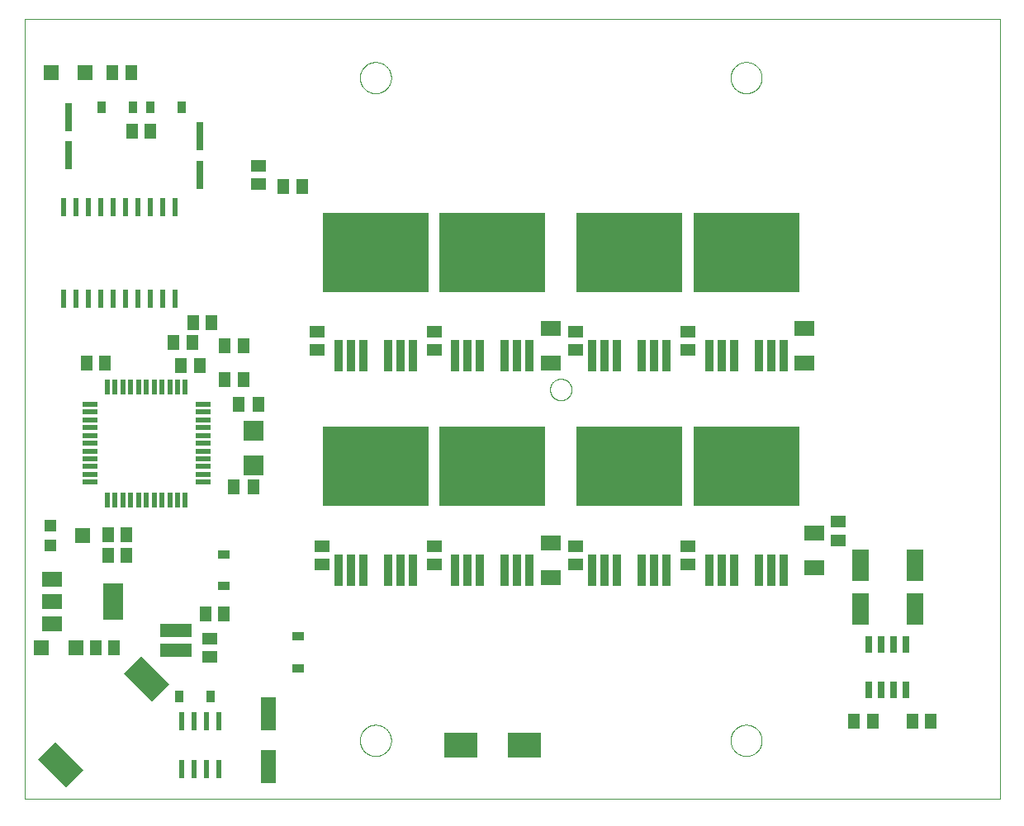
<source format=gtp>
G75*
%MOIN*%
%OFA0B0*%
%FSLAX25Y25*%
%IPPOS*%
%LPD*%
%AMOC8*
5,1,8,0,0,1.08239X$1,22.5*
%
%ADD10C,0.00000*%
%ADD11R,0.02100X0.07800*%
%ADD12R,0.03543X0.12598*%
%ADD13R,0.42520X0.32087*%
%ADD14R,0.06299X0.05118*%
%ADD15R,0.05118X0.06299*%
%ADD16R,0.03583X0.04803*%
%ADD17R,0.08268X0.05906*%
%ADD18R,0.02200X0.07800*%
%ADD19R,0.04803X0.03583*%
%ADD20R,0.05906X0.05118*%
%ADD21R,0.05118X0.05906*%
%ADD22R,0.01969X0.05906*%
%ADD23R,0.05906X0.01969*%
%ADD24R,0.07900X0.05900*%
%ADD25R,0.07900X0.15000*%
%ADD26R,0.06299X0.05906*%
%ADD27R,0.04724X0.04724*%
%ADD28R,0.09843X0.15748*%
%ADD29R,0.12600X0.05700*%
%ADD30R,0.07087X0.12598*%
%ADD31R,0.02835X0.07008*%
%ADD32R,0.03000X0.11300*%
%ADD33R,0.05906X0.05906*%
%ADD34R,0.07874X0.07874*%
%ADD35R,0.13780X0.09843*%
%ADD36R,0.06299X0.13780*%
D10*
X0001800Y0001800D02*
X0001800Y0316761D01*
X0395501Y0316761D01*
X0395501Y0001800D01*
X0001800Y0001800D01*
X0137233Y0025422D02*
X0137235Y0025580D01*
X0137241Y0025738D01*
X0137251Y0025896D01*
X0137265Y0026054D01*
X0137283Y0026211D01*
X0137304Y0026368D01*
X0137330Y0026524D01*
X0137360Y0026680D01*
X0137393Y0026835D01*
X0137431Y0026988D01*
X0137472Y0027141D01*
X0137517Y0027293D01*
X0137566Y0027444D01*
X0137619Y0027593D01*
X0137675Y0027741D01*
X0137735Y0027887D01*
X0137799Y0028032D01*
X0137867Y0028175D01*
X0137938Y0028317D01*
X0138012Y0028457D01*
X0138090Y0028594D01*
X0138172Y0028730D01*
X0138256Y0028864D01*
X0138345Y0028995D01*
X0138436Y0029124D01*
X0138531Y0029251D01*
X0138628Y0029376D01*
X0138729Y0029498D01*
X0138833Y0029617D01*
X0138940Y0029734D01*
X0139050Y0029848D01*
X0139163Y0029959D01*
X0139278Y0030068D01*
X0139396Y0030173D01*
X0139517Y0030275D01*
X0139640Y0030375D01*
X0139766Y0030471D01*
X0139894Y0030564D01*
X0140024Y0030654D01*
X0140157Y0030740D01*
X0140292Y0030824D01*
X0140428Y0030903D01*
X0140567Y0030980D01*
X0140708Y0031052D01*
X0140850Y0031122D01*
X0140994Y0031187D01*
X0141140Y0031249D01*
X0141287Y0031307D01*
X0141436Y0031362D01*
X0141586Y0031413D01*
X0141737Y0031460D01*
X0141889Y0031503D01*
X0142042Y0031542D01*
X0142197Y0031578D01*
X0142352Y0031609D01*
X0142508Y0031637D01*
X0142664Y0031661D01*
X0142821Y0031681D01*
X0142979Y0031697D01*
X0143136Y0031709D01*
X0143295Y0031717D01*
X0143453Y0031721D01*
X0143611Y0031721D01*
X0143769Y0031717D01*
X0143928Y0031709D01*
X0144085Y0031697D01*
X0144243Y0031681D01*
X0144400Y0031661D01*
X0144556Y0031637D01*
X0144712Y0031609D01*
X0144867Y0031578D01*
X0145022Y0031542D01*
X0145175Y0031503D01*
X0145327Y0031460D01*
X0145478Y0031413D01*
X0145628Y0031362D01*
X0145777Y0031307D01*
X0145924Y0031249D01*
X0146070Y0031187D01*
X0146214Y0031122D01*
X0146356Y0031052D01*
X0146497Y0030980D01*
X0146636Y0030903D01*
X0146772Y0030824D01*
X0146907Y0030740D01*
X0147040Y0030654D01*
X0147170Y0030564D01*
X0147298Y0030471D01*
X0147424Y0030375D01*
X0147547Y0030275D01*
X0147668Y0030173D01*
X0147786Y0030068D01*
X0147901Y0029959D01*
X0148014Y0029848D01*
X0148124Y0029734D01*
X0148231Y0029617D01*
X0148335Y0029498D01*
X0148436Y0029376D01*
X0148533Y0029251D01*
X0148628Y0029124D01*
X0148719Y0028995D01*
X0148808Y0028864D01*
X0148892Y0028730D01*
X0148974Y0028594D01*
X0149052Y0028457D01*
X0149126Y0028317D01*
X0149197Y0028175D01*
X0149265Y0028032D01*
X0149329Y0027887D01*
X0149389Y0027741D01*
X0149445Y0027593D01*
X0149498Y0027444D01*
X0149547Y0027293D01*
X0149592Y0027141D01*
X0149633Y0026988D01*
X0149671Y0026835D01*
X0149704Y0026680D01*
X0149734Y0026524D01*
X0149760Y0026368D01*
X0149781Y0026211D01*
X0149799Y0026054D01*
X0149813Y0025896D01*
X0149823Y0025738D01*
X0149829Y0025580D01*
X0149831Y0025422D01*
X0149829Y0025264D01*
X0149823Y0025106D01*
X0149813Y0024948D01*
X0149799Y0024790D01*
X0149781Y0024633D01*
X0149760Y0024476D01*
X0149734Y0024320D01*
X0149704Y0024164D01*
X0149671Y0024009D01*
X0149633Y0023856D01*
X0149592Y0023703D01*
X0149547Y0023551D01*
X0149498Y0023400D01*
X0149445Y0023251D01*
X0149389Y0023103D01*
X0149329Y0022957D01*
X0149265Y0022812D01*
X0149197Y0022669D01*
X0149126Y0022527D01*
X0149052Y0022387D01*
X0148974Y0022250D01*
X0148892Y0022114D01*
X0148808Y0021980D01*
X0148719Y0021849D01*
X0148628Y0021720D01*
X0148533Y0021593D01*
X0148436Y0021468D01*
X0148335Y0021346D01*
X0148231Y0021227D01*
X0148124Y0021110D01*
X0148014Y0020996D01*
X0147901Y0020885D01*
X0147786Y0020776D01*
X0147668Y0020671D01*
X0147547Y0020569D01*
X0147424Y0020469D01*
X0147298Y0020373D01*
X0147170Y0020280D01*
X0147040Y0020190D01*
X0146907Y0020104D01*
X0146772Y0020020D01*
X0146636Y0019941D01*
X0146497Y0019864D01*
X0146356Y0019792D01*
X0146214Y0019722D01*
X0146070Y0019657D01*
X0145924Y0019595D01*
X0145777Y0019537D01*
X0145628Y0019482D01*
X0145478Y0019431D01*
X0145327Y0019384D01*
X0145175Y0019341D01*
X0145022Y0019302D01*
X0144867Y0019266D01*
X0144712Y0019235D01*
X0144556Y0019207D01*
X0144400Y0019183D01*
X0144243Y0019163D01*
X0144085Y0019147D01*
X0143928Y0019135D01*
X0143769Y0019127D01*
X0143611Y0019123D01*
X0143453Y0019123D01*
X0143295Y0019127D01*
X0143136Y0019135D01*
X0142979Y0019147D01*
X0142821Y0019163D01*
X0142664Y0019183D01*
X0142508Y0019207D01*
X0142352Y0019235D01*
X0142197Y0019266D01*
X0142042Y0019302D01*
X0141889Y0019341D01*
X0141737Y0019384D01*
X0141586Y0019431D01*
X0141436Y0019482D01*
X0141287Y0019537D01*
X0141140Y0019595D01*
X0140994Y0019657D01*
X0140850Y0019722D01*
X0140708Y0019792D01*
X0140567Y0019864D01*
X0140428Y0019941D01*
X0140292Y0020020D01*
X0140157Y0020104D01*
X0140024Y0020190D01*
X0139894Y0020280D01*
X0139766Y0020373D01*
X0139640Y0020469D01*
X0139517Y0020569D01*
X0139396Y0020671D01*
X0139278Y0020776D01*
X0139163Y0020885D01*
X0139050Y0020996D01*
X0138940Y0021110D01*
X0138833Y0021227D01*
X0138729Y0021346D01*
X0138628Y0021468D01*
X0138531Y0021593D01*
X0138436Y0021720D01*
X0138345Y0021849D01*
X0138256Y0021980D01*
X0138172Y0022114D01*
X0138090Y0022250D01*
X0138012Y0022387D01*
X0137938Y0022527D01*
X0137867Y0022669D01*
X0137799Y0022812D01*
X0137735Y0022957D01*
X0137675Y0023103D01*
X0137619Y0023251D01*
X0137566Y0023400D01*
X0137517Y0023551D01*
X0137472Y0023703D01*
X0137431Y0023856D01*
X0137393Y0024009D01*
X0137360Y0024164D01*
X0137330Y0024320D01*
X0137304Y0024476D01*
X0137283Y0024633D01*
X0137265Y0024790D01*
X0137251Y0024948D01*
X0137241Y0025106D01*
X0137235Y0025264D01*
X0137233Y0025422D01*
X0286840Y0025422D02*
X0286842Y0025580D01*
X0286848Y0025738D01*
X0286858Y0025896D01*
X0286872Y0026054D01*
X0286890Y0026211D01*
X0286911Y0026368D01*
X0286937Y0026524D01*
X0286967Y0026680D01*
X0287000Y0026835D01*
X0287038Y0026988D01*
X0287079Y0027141D01*
X0287124Y0027293D01*
X0287173Y0027444D01*
X0287226Y0027593D01*
X0287282Y0027741D01*
X0287342Y0027887D01*
X0287406Y0028032D01*
X0287474Y0028175D01*
X0287545Y0028317D01*
X0287619Y0028457D01*
X0287697Y0028594D01*
X0287779Y0028730D01*
X0287863Y0028864D01*
X0287952Y0028995D01*
X0288043Y0029124D01*
X0288138Y0029251D01*
X0288235Y0029376D01*
X0288336Y0029498D01*
X0288440Y0029617D01*
X0288547Y0029734D01*
X0288657Y0029848D01*
X0288770Y0029959D01*
X0288885Y0030068D01*
X0289003Y0030173D01*
X0289124Y0030275D01*
X0289247Y0030375D01*
X0289373Y0030471D01*
X0289501Y0030564D01*
X0289631Y0030654D01*
X0289764Y0030740D01*
X0289899Y0030824D01*
X0290035Y0030903D01*
X0290174Y0030980D01*
X0290315Y0031052D01*
X0290457Y0031122D01*
X0290601Y0031187D01*
X0290747Y0031249D01*
X0290894Y0031307D01*
X0291043Y0031362D01*
X0291193Y0031413D01*
X0291344Y0031460D01*
X0291496Y0031503D01*
X0291649Y0031542D01*
X0291804Y0031578D01*
X0291959Y0031609D01*
X0292115Y0031637D01*
X0292271Y0031661D01*
X0292428Y0031681D01*
X0292586Y0031697D01*
X0292743Y0031709D01*
X0292902Y0031717D01*
X0293060Y0031721D01*
X0293218Y0031721D01*
X0293376Y0031717D01*
X0293535Y0031709D01*
X0293692Y0031697D01*
X0293850Y0031681D01*
X0294007Y0031661D01*
X0294163Y0031637D01*
X0294319Y0031609D01*
X0294474Y0031578D01*
X0294629Y0031542D01*
X0294782Y0031503D01*
X0294934Y0031460D01*
X0295085Y0031413D01*
X0295235Y0031362D01*
X0295384Y0031307D01*
X0295531Y0031249D01*
X0295677Y0031187D01*
X0295821Y0031122D01*
X0295963Y0031052D01*
X0296104Y0030980D01*
X0296243Y0030903D01*
X0296379Y0030824D01*
X0296514Y0030740D01*
X0296647Y0030654D01*
X0296777Y0030564D01*
X0296905Y0030471D01*
X0297031Y0030375D01*
X0297154Y0030275D01*
X0297275Y0030173D01*
X0297393Y0030068D01*
X0297508Y0029959D01*
X0297621Y0029848D01*
X0297731Y0029734D01*
X0297838Y0029617D01*
X0297942Y0029498D01*
X0298043Y0029376D01*
X0298140Y0029251D01*
X0298235Y0029124D01*
X0298326Y0028995D01*
X0298415Y0028864D01*
X0298499Y0028730D01*
X0298581Y0028594D01*
X0298659Y0028457D01*
X0298733Y0028317D01*
X0298804Y0028175D01*
X0298872Y0028032D01*
X0298936Y0027887D01*
X0298996Y0027741D01*
X0299052Y0027593D01*
X0299105Y0027444D01*
X0299154Y0027293D01*
X0299199Y0027141D01*
X0299240Y0026988D01*
X0299278Y0026835D01*
X0299311Y0026680D01*
X0299341Y0026524D01*
X0299367Y0026368D01*
X0299388Y0026211D01*
X0299406Y0026054D01*
X0299420Y0025896D01*
X0299430Y0025738D01*
X0299436Y0025580D01*
X0299438Y0025422D01*
X0299436Y0025264D01*
X0299430Y0025106D01*
X0299420Y0024948D01*
X0299406Y0024790D01*
X0299388Y0024633D01*
X0299367Y0024476D01*
X0299341Y0024320D01*
X0299311Y0024164D01*
X0299278Y0024009D01*
X0299240Y0023856D01*
X0299199Y0023703D01*
X0299154Y0023551D01*
X0299105Y0023400D01*
X0299052Y0023251D01*
X0298996Y0023103D01*
X0298936Y0022957D01*
X0298872Y0022812D01*
X0298804Y0022669D01*
X0298733Y0022527D01*
X0298659Y0022387D01*
X0298581Y0022250D01*
X0298499Y0022114D01*
X0298415Y0021980D01*
X0298326Y0021849D01*
X0298235Y0021720D01*
X0298140Y0021593D01*
X0298043Y0021468D01*
X0297942Y0021346D01*
X0297838Y0021227D01*
X0297731Y0021110D01*
X0297621Y0020996D01*
X0297508Y0020885D01*
X0297393Y0020776D01*
X0297275Y0020671D01*
X0297154Y0020569D01*
X0297031Y0020469D01*
X0296905Y0020373D01*
X0296777Y0020280D01*
X0296647Y0020190D01*
X0296514Y0020104D01*
X0296379Y0020020D01*
X0296243Y0019941D01*
X0296104Y0019864D01*
X0295963Y0019792D01*
X0295821Y0019722D01*
X0295677Y0019657D01*
X0295531Y0019595D01*
X0295384Y0019537D01*
X0295235Y0019482D01*
X0295085Y0019431D01*
X0294934Y0019384D01*
X0294782Y0019341D01*
X0294629Y0019302D01*
X0294474Y0019266D01*
X0294319Y0019235D01*
X0294163Y0019207D01*
X0294007Y0019183D01*
X0293850Y0019163D01*
X0293692Y0019147D01*
X0293535Y0019135D01*
X0293376Y0019127D01*
X0293218Y0019123D01*
X0293060Y0019123D01*
X0292902Y0019127D01*
X0292743Y0019135D01*
X0292586Y0019147D01*
X0292428Y0019163D01*
X0292271Y0019183D01*
X0292115Y0019207D01*
X0291959Y0019235D01*
X0291804Y0019266D01*
X0291649Y0019302D01*
X0291496Y0019341D01*
X0291344Y0019384D01*
X0291193Y0019431D01*
X0291043Y0019482D01*
X0290894Y0019537D01*
X0290747Y0019595D01*
X0290601Y0019657D01*
X0290457Y0019722D01*
X0290315Y0019792D01*
X0290174Y0019864D01*
X0290035Y0019941D01*
X0289899Y0020020D01*
X0289764Y0020104D01*
X0289631Y0020190D01*
X0289501Y0020280D01*
X0289373Y0020373D01*
X0289247Y0020469D01*
X0289124Y0020569D01*
X0289003Y0020671D01*
X0288885Y0020776D01*
X0288770Y0020885D01*
X0288657Y0020996D01*
X0288547Y0021110D01*
X0288440Y0021227D01*
X0288336Y0021346D01*
X0288235Y0021468D01*
X0288138Y0021593D01*
X0288043Y0021720D01*
X0287952Y0021849D01*
X0287863Y0021980D01*
X0287779Y0022114D01*
X0287697Y0022250D01*
X0287619Y0022387D01*
X0287545Y0022527D01*
X0287474Y0022669D01*
X0287406Y0022812D01*
X0287342Y0022957D01*
X0287282Y0023103D01*
X0287226Y0023251D01*
X0287173Y0023400D01*
X0287124Y0023551D01*
X0287079Y0023703D01*
X0287038Y0023856D01*
X0287000Y0024009D01*
X0286967Y0024164D01*
X0286937Y0024320D01*
X0286911Y0024476D01*
X0286890Y0024633D01*
X0286872Y0024790D01*
X0286858Y0024948D01*
X0286848Y0025106D01*
X0286842Y0025264D01*
X0286840Y0025422D01*
X0214004Y0167154D02*
X0214006Y0167285D01*
X0214012Y0167417D01*
X0214022Y0167548D01*
X0214036Y0167679D01*
X0214054Y0167809D01*
X0214076Y0167938D01*
X0214101Y0168067D01*
X0214131Y0168195D01*
X0214165Y0168322D01*
X0214202Y0168449D01*
X0214243Y0168573D01*
X0214288Y0168697D01*
X0214337Y0168819D01*
X0214389Y0168940D01*
X0214445Y0169058D01*
X0214505Y0169176D01*
X0214568Y0169291D01*
X0214635Y0169404D01*
X0214705Y0169516D01*
X0214778Y0169625D01*
X0214854Y0169731D01*
X0214934Y0169836D01*
X0215017Y0169938D01*
X0215103Y0170037D01*
X0215192Y0170134D01*
X0215284Y0170228D01*
X0215379Y0170319D01*
X0215476Y0170408D01*
X0215576Y0170493D01*
X0215679Y0170575D01*
X0215784Y0170654D01*
X0215891Y0170730D01*
X0216001Y0170802D01*
X0216113Y0170871D01*
X0216227Y0170937D01*
X0216342Y0170999D01*
X0216460Y0171058D01*
X0216579Y0171113D01*
X0216700Y0171165D01*
X0216823Y0171212D01*
X0216947Y0171256D01*
X0217072Y0171297D01*
X0217198Y0171333D01*
X0217326Y0171366D01*
X0217454Y0171394D01*
X0217583Y0171419D01*
X0217713Y0171440D01*
X0217843Y0171457D01*
X0217974Y0171470D01*
X0218105Y0171479D01*
X0218236Y0171484D01*
X0218368Y0171485D01*
X0218499Y0171482D01*
X0218631Y0171475D01*
X0218762Y0171464D01*
X0218892Y0171449D01*
X0219022Y0171430D01*
X0219152Y0171407D01*
X0219280Y0171381D01*
X0219408Y0171350D01*
X0219535Y0171315D01*
X0219661Y0171277D01*
X0219785Y0171235D01*
X0219909Y0171189D01*
X0220030Y0171139D01*
X0220150Y0171086D01*
X0220269Y0171029D01*
X0220386Y0170969D01*
X0220500Y0170905D01*
X0220613Y0170837D01*
X0220724Y0170766D01*
X0220833Y0170692D01*
X0220939Y0170615D01*
X0221043Y0170534D01*
X0221144Y0170451D01*
X0221243Y0170364D01*
X0221339Y0170274D01*
X0221432Y0170181D01*
X0221523Y0170086D01*
X0221610Y0169988D01*
X0221695Y0169887D01*
X0221776Y0169784D01*
X0221854Y0169678D01*
X0221929Y0169570D01*
X0222001Y0169460D01*
X0222069Y0169348D01*
X0222134Y0169234D01*
X0222195Y0169117D01*
X0222253Y0168999D01*
X0222307Y0168879D01*
X0222358Y0168758D01*
X0222405Y0168635D01*
X0222448Y0168511D01*
X0222487Y0168386D01*
X0222523Y0168259D01*
X0222554Y0168131D01*
X0222582Y0168003D01*
X0222606Y0167874D01*
X0222626Y0167744D01*
X0222642Y0167613D01*
X0222654Y0167482D01*
X0222662Y0167351D01*
X0222666Y0167220D01*
X0222666Y0167088D01*
X0222662Y0166957D01*
X0222654Y0166826D01*
X0222642Y0166695D01*
X0222626Y0166564D01*
X0222606Y0166434D01*
X0222582Y0166305D01*
X0222554Y0166177D01*
X0222523Y0166049D01*
X0222487Y0165922D01*
X0222448Y0165797D01*
X0222405Y0165673D01*
X0222358Y0165550D01*
X0222307Y0165429D01*
X0222253Y0165309D01*
X0222195Y0165191D01*
X0222134Y0165074D01*
X0222069Y0164960D01*
X0222001Y0164848D01*
X0221929Y0164738D01*
X0221854Y0164630D01*
X0221776Y0164524D01*
X0221695Y0164421D01*
X0221610Y0164320D01*
X0221523Y0164222D01*
X0221432Y0164127D01*
X0221339Y0164034D01*
X0221243Y0163944D01*
X0221144Y0163857D01*
X0221043Y0163774D01*
X0220939Y0163693D01*
X0220833Y0163616D01*
X0220724Y0163542D01*
X0220613Y0163471D01*
X0220501Y0163403D01*
X0220386Y0163339D01*
X0220269Y0163279D01*
X0220150Y0163222D01*
X0220030Y0163169D01*
X0219909Y0163119D01*
X0219785Y0163073D01*
X0219661Y0163031D01*
X0219535Y0162993D01*
X0219408Y0162958D01*
X0219280Y0162927D01*
X0219152Y0162901D01*
X0219022Y0162878D01*
X0218892Y0162859D01*
X0218762Y0162844D01*
X0218631Y0162833D01*
X0218499Y0162826D01*
X0218368Y0162823D01*
X0218236Y0162824D01*
X0218105Y0162829D01*
X0217974Y0162838D01*
X0217843Y0162851D01*
X0217713Y0162868D01*
X0217583Y0162889D01*
X0217454Y0162914D01*
X0217326Y0162942D01*
X0217198Y0162975D01*
X0217072Y0163011D01*
X0216947Y0163052D01*
X0216823Y0163096D01*
X0216700Y0163143D01*
X0216579Y0163195D01*
X0216460Y0163250D01*
X0216342Y0163309D01*
X0216227Y0163371D01*
X0216113Y0163437D01*
X0216001Y0163506D01*
X0215891Y0163578D01*
X0215784Y0163654D01*
X0215679Y0163733D01*
X0215576Y0163815D01*
X0215476Y0163900D01*
X0215379Y0163989D01*
X0215284Y0164080D01*
X0215192Y0164174D01*
X0215103Y0164271D01*
X0215017Y0164370D01*
X0214934Y0164472D01*
X0214854Y0164577D01*
X0214778Y0164683D01*
X0214705Y0164792D01*
X0214635Y0164904D01*
X0214568Y0165017D01*
X0214505Y0165132D01*
X0214445Y0165250D01*
X0214389Y0165368D01*
X0214337Y0165489D01*
X0214288Y0165611D01*
X0214243Y0165735D01*
X0214202Y0165859D01*
X0214165Y0165986D01*
X0214131Y0166113D01*
X0214101Y0166241D01*
X0214076Y0166370D01*
X0214054Y0166499D01*
X0214036Y0166629D01*
X0214022Y0166760D01*
X0214012Y0166891D01*
X0214006Y0167023D01*
X0214004Y0167154D01*
X0137233Y0293139D02*
X0137235Y0293297D01*
X0137241Y0293455D01*
X0137251Y0293613D01*
X0137265Y0293771D01*
X0137283Y0293928D01*
X0137304Y0294085D01*
X0137330Y0294241D01*
X0137360Y0294397D01*
X0137393Y0294552D01*
X0137431Y0294705D01*
X0137472Y0294858D01*
X0137517Y0295010D01*
X0137566Y0295161D01*
X0137619Y0295310D01*
X0137675Y0295458D01*
X0137735Y0295604D01*
X0137799Y0295749D01*
X0137867Y0295892D01*
X0137938Y0296034D01*
X0138012Y0296174D01*
X0138090Y0296311D01*
X0138172Y0296447D01*
X0138256Y0296581D01*
X0138345Y0296712D01*
X0138436Y0296841D01*
X0138531Y0296968D01*
X0138628Y0297093D01*
X0138729Y0297215D01*
X0138833Y0297334D01*
X0138940Y0297451D01*
X0139050Y0297565D01*
X0139163Y0297676D01*
X0139278Y0297785D01*
X0139396Y0297890D01*
X0139517Y0297992D01*
X0139640Y0298092D01*
X0139766Y0298188D01*
X0139894Y0298281D01*
X0140024Y0298371D01*
X0140157Y0298457D01*
X0140292Y0298541D01*
X0140428Y0298620D01*
X0140567Y0298697D01*
X0140708Y0298769D01*
X0140850Y0298839D01*
X0140994Y0298904D01*
X0141140Y0298966D01*
X0141287Y0299024D01*
X0141436Y0299079D01*
X0141586Y0299130D01*
X0141737Y0299177D01*
X0141889Y0299220D01*
X0142042Y0299259D01*
X0142197Y0299295D01*
X0142352Y0299326D01*
X0142508Y0299354D01*
X0142664Y0299378D01*
X0142821Y0299398D01*
X0142979Y0299414D01*
X0143136Y0299426D01*
X0143295Y0299434D01*
X0143453Y0299438D01*
X0143611Y0299438D01*
X0143769Y0299434D01*
X0143928Y0299426D01*
X0144085Y0299414D01*
X0144243Y0299398D01*
X0144400Y0299378D01*
X0144556Y0299354D01*
X0144712Y0299326D01*
X0144867Y0299295D01*
X0145022Y0299259D01*
X0145175Y0299220D01*
X0145327Y0299177D01*
X0145478Y0299130D01*
X0145628Y0299079D01*
X0145777Y0299024D01*
X0145924Y0298966D01*
X0146070Y0298904D01*
X0146214Y0298839D01*
X0146356Y0298769D01*
X0146497Y0298697D01*
X0146636Y0298620D01*
X0146772Y0298541D01*
X0146907Y0298457D01*
X0147040Y0298371D01*
X0147170Y0298281D01*
X0147298Y0298188D01*
X0147424Y0298092D01*
X0147547Y0297992D01*
X0147668Y0297890D01*
X0147786Y0297785D01*
X0147901Y0297676D01*
X0148014Y0297565D01*
X0148124Y0297451D01*
X0148231Y0297334D01*
X0148335Y0297215D01*
X0148436Y0297093D01*
X0148533Y0296968D01*
X0148628Y0296841D01*
X0148719Y0296712D01*
X0148808Y0296581D01*
X0148892Y0296447D01*
X0148974Y0296311D01*
X0149052Y0296174D01*
X0149126Y0296034D01*
X0149197Y0295892D01*
X0149265Y0295749D01*
X0149329Y0295604D01*
X0149389Y0295458D01*
X0149445Y0295310D01*
X0149498Y0295161D01*
X0149547Y0295010D01*
X0149592Y0294858D01*
X0149633Y0294705D01*
X0149671Y0294552D01*
X0149704Y0294397D01*
X0149734Y0294241D01*
X0149760Y0294085D01*
X0149781Y0293928D01*
X0149799Y0293771D01*
X0149813Y0293613D01*
X0149823Y0293455D01*
X0149829Y0293297D01*
X0149831Y0293139D01*
X0149829Y0292981D01*
X0149823Y0292823D01*
X0149813Y0292665D01*
X0149799Y0292507D01*
X0149781Y0292350D01*
X0149760Y0292193D01*
X0149734Y0292037D01*
X0149704Y0291881D01*
X0149671Y0291726D01*
X0149633Y0291573D01*
X0149592Y0291420D01*
X0149547Y0291268D01*
X0149498Y0291117D01*
X0149445Y0290968D01*
X0149389Y0290820D01*
X0149329Y0290674D01*
X0149265Y0290529D01*
X0149197Y0290386D01*
X0149126Y0290244D01*
X0149052Y0290104D01*
X0148974Y0289967D01*
X0148892Y0289831D01*
X0148808Y0289697D01*
X0148719Y0289566D01*
X0148628Y0289437D01*
X0148533Y0289310D01*
X0148436Y0289185D01*
X0148335Y0289063D01*
X0148231Y0288944D01*
X0148124Y0288827D01*
X0148014Y0288713D01*
X0147901Y0288602D01*
X0147786Y0288493D01*
X0147668Y0288388D01*
X0147547Y0288286D01*
X0147424Y0288186D01*
X0147298Y0288090D01*
X0147170Y0287997D01*
X0147040Y0287907D01*
X0146907Y0287821D01*
X0146772Y0287737D01*
X0146636Y0287658D01*
X0146497Y0287581D01*
X0146356Y0287509D01*
X0146214Y0287439D01*
X0146070Y0287374D01*
X0145924Y0287312D01*
X0145777Y0287254D01*
X0145628Y0287199D01*
X0145478Y0287148D01*
X0145327Y0287101D01*
X0145175Y0287058D01*
X0145022Y0287019D01*
X0144867Y0286983D01*
X0144712Y0286952D01*
X0144556Y0286924D01*
X0144400Y0286900D01*
X0144243Y0286880D01*
X0144085Y0286864D01*
X0143928Y0286852D01*
X0143769Y0286844D01*
X0143611Y0286840D01*
X0143453Y0286840D01*
X0143295Y0286844D01*
X0143136Y0286852D01*
X0142979Y0286864D01*
X0142821Y0286880D01*
X0142664Y0286900D01*
X0142508Y0286924D01*
X0142352Y0286952D01*
X0142197Y0286983D01*
X0142042Y0287019D01*
X0141889Y0287058D01*
X0141737Y0287101D01*
X0141586Y0287148D01*
X0141436Y0287199D01*
X0141287Y0287254D01*
X0141140Y0287312D01*
X0140994Y0287374D01*
X0140850Y0287439D01*
X0140708Y0287509D01*
X0140567Y0287581D01*
X0140428Y0287658D01*
X0140292Y0287737D01*
X0140157Y0287821D01*
X0140024Y0287907D01*
X0139894Y0287997D01*
X0139766Y0288090D01*
X0139640Y0288186D01*
X0139517Y0288286D01*
X0139396Y0288388D01*
X0139278Y0288493D01*
X0139163Y0288602D01*
X0139050Y0288713D01*
X0138940Y0288827D01*
X0138833Y0288944D01*
X0138729Y0289063D01*
X0138628Y0289185D01*
X0138531Y0289310D01*
X0138436Y0289437D01*
X0138345Y0289566D01*
X0138256Y0289697D01*
X0138172Y0289831D01*
X0138090Y0289967D01*
X0138012Y0290104D01*
X0137938Y0290244D01*
X0137867Y0290386D01*
X0137799Y0290529D01*
X0137735Y0290674D01*
X0137675Y0290820D01*
X0137619Y0290968D01*
X0137566Y0291117D01*
X0137517Y0291268D01*
X0137472Y0291420D01*
X0137431Y0291573D01*
X0137393Y0291726D01*
X0137360Y0291881D01*
X0137330Y0292037D01*
X0137304Y0292193D01*
X0137283Y0292350D01*
X0137265Y0292507D01*
X0137251Y0292665D01*
X0137241Y0292823D01*
X0137235Y0292981D01*
X0137233Y0293139D01*
X0286840Y0293139D02*
X0286842Y0293297D01*
X0286848Y0293455D01*
X0286858Y0293613D01*
X0286872Y0293771D01*
X0286890Y0293928D01*
X0286911Y0294085D01*
X0286937Y0294241D01*
X0286967Y0294397D01*
X0287000Y0294552D01*
X0287038Y0294705D01*
X0287079Y0294858D01*
X0287124Y0295010D01*
X0287173Y0295161D01*
X0287226Y0295310D01*
X0287282Y0295458D01*
X0287342Y0295604D01*
X0287406Y0295749D01*
X0287474Y0295892D01*
X0287545Y0296034D01*
X0287619Y0296174D01*
X0287697Y0296311D01*
X0287779Y0296447D01*
X0287863Y0296581D01*
X0287952Y0296712D01*
X0288043Y0296841D01*
X0288138Y0296968D01*
X0288235Y0297093D01*
X0288336Y0297215D01*
X0288440Y0297334D01*
X0288547Y0297451D01*
X0288657Y0297565D01*
X0288770Y0297676D01*
X0288885Y0297785D01*
X0289003Y0297890D01*
X0289124Y0297992D01*
X0289247Y0298092D01*
X0289373Y0298188D01*
X0289501Y0298281D01*
X0289631Y0298371D01*
X0289764Y0298457D01*
X0289899Y0298541D01*
X0290035Y0298620D01*
X0290174Y0298697D01*
X0290315Y0298769D01*
X0290457Y0298839D01*
X0290601Y0298904D01*
X0290747Y0298966D01*
X0290894Y0299024D01*
X0291043Y0299079D01*
X0291193Y0299130D01*
X0291344Y0299177D01*
X0291496Y0299220D01*
X0291649Y0299259D01*
X0291804Y0299295D01*
X0291959Y0299326D01*
X0292115Y0299354D01*
X0292271Y0299378D01*
X0292428Y0299398D01*
X0292586Y0299414D01*
X0292743Y0299426D01*
X0292902Y0299434D01*
X0293060Y0299438D01*
X0293218Y0299438D01*
X0293376Y0299434D01*
X0293535Y0299426D01*
X0293692Y0299414D01*
X0293850Y0299398D01*
X0294007Y0299378D01*
X0294163Y0299354D01*
X0294319Y0299326D01*
X0294474Y0299295D01*
X0294629Y0299259D01*
X0294782Y0299220D01*
X0294934Y0299177D01*
X0295085Y0299130D01*
X0295235Y0299079D01*
X0295384Y0299024D01*
X0295531Y0298966D01*
X0295677Y0298904D01*
X0295821Y0298839D01*
X0295963Y0298769D01*
X0296104Y0298697D01*
X0296243Y0298620D01*
X0296379Y0298541D01*
X0296514Y0298457D01*
X0296647Y0298371D01*
X0296777Y0298281D01*
X0296905Y0298188D01*
X0297031Y0298092D01*
X0297154Y0297992D01*
X0297275Y0297890D01*
X0297393Y0297785D01*
X0297508Y0297676D01*
X0297621Y0297565D01*
X0297731Y0297451D01*
X0297838Y0297334D01*
X0297942Y0297215D01*
X0298043Y0297093D01*
X0298140Y0296968D01*
X0298235Y0296841D01*
X0298326Y0296712D01*
X0298415Y0296581D01*
X0298499Y0296447D01*
X0298581Y0296311D01*
X0298659Y0296174D01*
X0298733Y0296034D01*
X0298804Y0295892D01*
X0298872Y0295749D01*
X0298936Y0295604D01*
X0298996Y0295458D01*
X0299052Y0295310D01*
X0299105Y0295161D01*
X0299154Y0295010D01*
X0299199Y0294858D01*
X0299240Y0294705D01*
X0299278Y0294552D01*
X0299311Y0294397D01*
X0299341Y0294241D01*
X0299367Y0294085D01*
X0299388Y0293928D01*
X0299406Y0293771D01*
X0299420Y0293613D01*
X0299430Y0293455D01*
X0299436Y0293297D01*
X0299438Y0293139D01*
X0299436Y0292981D01*
X0299430Y0292823D01*
X0299420Y0292665D01*
X0299406Y0292507D01*
X0299388Y0292350D01*
X0299367Y0292193D01*
X0299341Y0292037D01*
X0299311Y0291881D01*
X0299278Y0291726D01*
X0299240Y0291573D01*
X0299199Y0291420D01*
X0299154Y0291268D01*
X0299105Y0291117D01*
X0299052Y0290968D01*
X0298996Y0290820D01*
X0298936Y0290674D01*
X0298872Y0290529D01*
X0298804Y0290386D01*
X0298733Y0290244D01*
X0298659Y0290104D01*
X0298581Y0289967D01*
X0298499Y0289831D01*
X0298415Y0289697D01*
X0298326Y0289566D01*
X0298235Y0289437D01*
X0298140Y0289310D01*
X0298043Y0289185D01*
X0297942Y0289063D01*
X0297838Y0288944D01*
X0297731Y0288827D01*
X0297621Y0288713D01*
X0297508Y0288602D01*
X0297393Y0288493D01*
X0297275Y0288388D01*
X0297154Y0288286D01*
X0297031Y0288186D01*
X0296905Y0288090D01*
X0296777Y0287997D01*
X0296647Y0287907D01*
X0296514Y0287821D01*
X0296379Y0287737D01*
X0296243Y0287658D01*
X0296104Y0287581D01*
X0295963Y0287509D01*
X0295821Y0287439D01*
X0295677Y0287374D01*
X0295531Y0287312D01*
X0295384Y0287254D01*
X0295235Y0287199D01*
X0295085Y0287148D01*
X0294934Y0287101D01*
X0294782Y0287058D01*
X0294629Y0287019D01*
X0294474Y0286983D01*
X0294319Y0286952D01*
X0294163Y0286924D01*
X0294007Y0286900D01*
X0293850Y0286880D01*
X0293692Y0286864D01*
X0293535Y0286852D01*
X0293376Y0286844D01*
X0293218Y0286840D01*
X0293060Y0286840D01*
X0292902Y0286844D01*
X0292743Y0286852D01*
X0292586Y0286864D01*
X0292428Y0286880D01*
X0292271Y0286900D01*
X0292115Y0286924D01*
X0291959Y0286952D01*
X0291804Y0286983D01*
X0291649Y0287019D01*
X0291496Y0287058D01*
X0291344Y0287101D01*
X0291193Y0287148D01*
X0291043Y0287199D01*
X0290894Y0287254D01*
X0290747Y0287312D01*
X0290601Y0287374D01*
X0290457Y0287439D01*
X0290315Y0287509D01*
X0290174Y0287581D01*
X0290035Y0287658D01*
X0289899Y0287737D01*
X0289764Y0287821D01*
X0289631Y0287907D01*
X0289501Y0287997D01*
X0289373Y0288090D01*
X0289247Y0288186D01*
X0289124Y0288286D01*
X0289003Y0288388D01*
X0288885Y0288493D01*
X0288770Y0288602D01*
X0288657Y0288713D01*
X0288547Y0288827D01*
X0288440Y0288944D01*
X0288336Y0289063D01*
X0288235Y0289185D01*
X0288138Y0289310D01*
X0288043Y0289437D01*
X0287952Y0289566D01*
X0287863Y0289697D01*
X0287779Y0289831D01*
X0287697Y0289967D01*
X0287619Y0290104D01*
X0287545Y0290244D01*
X0287474Y0290386D01*
X0287406Y0290529D01*
X0287342Y0290674D01*
X0287282Y0290820D01*
X0287226Y0290968D01*
X0287173Y0291117D01*
X0287124Y0291268D01*
X0287079Y0291420D01*
X0287038Y0291573D01*
X0287000Y0291726D01*
X0286967Y0291881D01*
X0286937Y0292037D01*
X0286911Y0292193D01*
X0286890Y0292350D01*
X0286872Y0292507D01*
X0286858Y0292665D01*
X0286848Y0292823D01*
X0286842Y0292981D01*
X0286840Y0293139D01*
D11*
X0062568Y0240891D03*
X0057568Y0240891D03*
X0052568Y0240891D03*
X0047568Y0240891D03*
X0042568Y0240891D03*
X0037568Y0240891D03*
X0032568Y0240891D03*
X0027568Y0240891D03*
X0022568Y0240891D03*
X0017568Y0240891D03*
X0017568Y0203891D03*
X0022568Y0203891D03*
X0027568Y0203891D03*
X0032568Y0203891D03*
X0037568Y0203891D03*
X0042568Y0203891D03*
X0047568Y0203891D03*
X0052568Y0203891D03*
X0057568Y0203891D03*
X0062568Y0203891D03*
D12*
X0128532Y0180698D03*
X0133532Y0180698D03*
X0138532Y0180698D03*
X0148532Y0180698D03*
X0153532Y0180698D03*
X0158532Y0180698D03*
X0175776Y0180698D03*
X0180776Y0180698D03*
X0185776Y0180698D03*
X0195776Y0180698D03*
X0200776Y0180698D03*
X0205776Y0180698D03*
X0230894Y0180698D03*
X0235894Y0180698D03*
X0240894Y0180698D03*
X0250894Y0180698D03*
X0255894Y0180698D03*
X0260894Y0180698D03*
X0278139Y0180698D03*
X0283139Y0180698D03*
X0288139Y0180698D03*
X0298139Y0180698D03*
X0303139Y0180698D03*
X0308139Y0180698D03*
X0308139Y0094083D03*
X0303139Y0094083D03*
X0298139Y0094083D03*
X0288139Y0094083D03*
X0283139Y0094083D03*
X0278139Y0094083D03*
X0260894Y0094083D03*
X0255894Y0094083D03*
X0250894Y0094083D03*
X0240894Y0094083D03*
X0235894Y0094083D03*
X0230894Y0094083D03*
X0205776Y0094083D03*
X0200776Y0094083D03*
X0195776Y0094083D03*
X0185776Y0094083D03*
X0180776Y0094083D03*
X0175776Y0094083D03*
X0158532Y0094083D03*
X0153532Y0094083D03*
X0148532Y0094083D03*
X0138532Y0094083D03*
X0133532Y0094083D03*
X0128532Y0094083D03*
D13*
X0143532Y0136052D03*
X0190776Y0136052D03*
X0245894Y0136052D03*
X0293139Y0136052D03*
X0293139Y0222666D03*
X0245894Y0222666D03*
X0190776Y0222666D03*
X0143532Y0222666D03*
D14*
X0119910Y0190580D03*
X0119910Y0183099D03*
X0167154Y0183099D03*
X0167154Y0190580D03*
X0224241Y0190580D03*
X0224241Y0183099D03*
X0269517Y0183099D03*
X0269517Y0190580D03*
X0330146Y0113808D03*
X0330146Y0106328D03*
X0269517Y0103965D03*
X0269517Y0096485D03*
X0224241Y0096485D03*
X0224241Y0103965D03*
X0167154Y0103965D03*
X0167154Y0096485D03*
X0121879Y0096485D03*
X0121879Y0103965D03*
X0096288Y0250028D03*
X0096288Y0257509D03*
D15*
X0106328Y0249044D03*
X0113808Y0249044D03*
X0044910Y0295107D03*
X0037430Y0295107D03*
X0069891Y0194241D03*
X0077371Y0194241D03*
X0069497Y0186209D03*
X0062017Y0186209D03*
X0064989Y0176997D03*
X0072469Y0176997D03*
X0082706Y0171091D03*
X0090186Y0171091D03*
X0088414Y0161249D03*
X0096288Y0161249D03*
X0094320Y0127784D03*
X0086446Y0127784D03*
X0042942Y0108493D03*
X0035461Y0108493D03*
X0074831Y0076603D03*
X0082312Y0076603D03*
X0038089Y0062843D03*
X0030609Y0062843D03*
X0026889Y0177971D03*
X0034369Y0177971D03*
D16*
X0032804Y0281328D03*
X0045599Y0281328D03*
X0052489Y0281328D03*
X0065284Y0281328D03*
X0064300Y0043139D03*
X0077095Y0043139D03*
D17*
X0214398Y0091170D03*
X0214398Y0105343D03*
X0214398Y0177784D03*
X0214398Y0191957D03*
X0316761Y0191957D03*
X0316761Y0177784D03*
X0320698Y0109280D03*
X0320698Y0095107D03*
D18*
X0080166Y0033154D03*
X0075166Y0033154D03*
X0070166Y0033154D03*
X0065166Y0033154D03*
X0065166Y0013754D03*
X0070166Y0013754D03*
X0075166Y0013754D03*
X0080166Y0013754D03*
D19*
X0112331Y0054654D03*
X0112331Y0067450D03*
X0082223Y0087883D03*
X0082223Y0100678D03*
D20*
X0076456Y0066652D03*
X0076456Y0059172D03*
D21*
X0042942Y0100225D03*
X0035461Y0100225D03*
X0082706Y0184871D03*
X0090186Y0184871D03*
X0052784Y0271485D03*
X0045304Y0271485D03*
X0336643Y0033296D03*
X0344123Y0033296D03*
X0360265Y0033296D03*
X0367745Y0033296D03*
D22*
X0066761Y0122666D03*
X0063611Y0122666D03*
X0060461Y0122666D03*
X0057312Y0122666D03*
X0054162Y0122666D03*
X0051013Y0122666D03*
X0047863Y0122666D03*
X0044713Y0122666D03*
X0041564Y0122666D03*
X0038414Y0122666D03*
X0035265Y0122666D03*
X0035265Y0168335D03*
X0038414Y0168335D03*
X0041564Y0168335D03*
X0044713Y0168335D03*
X0047863Y0168335D03*
X0051013Y0168335D03*
X0054162Y0168335D03*
X0057312Y0168335D03*
X0060461Y0168335D03*
X0063611Y0168335D03*
X0066761Y0168335D03*
D23*
X0073847Y0161249D03*
X0073847Y0158099D03*
X0073847Y0154950D03*
X0073847Y0151800D03*
X0073847Y0148650D03*
X0073847Y0145501D03*
X0073847Y0142351D03*
X0073847Y0139202D03*
X0073847Y0136052D03*
X0073847Y0132902D03*
X0073847Y0129753D03*
X0028178Y0129753D03*
X0028178Y0132902D03*
X0028178Y0136052D03*
X0028178Y0139202D03*
X0028178Y0142351D03*
X0028178Y0145501D03*
X0028178Y0148650D03*
X0028178Y0151800D03*
X0028178Y0154950D03*
X0028178Y0158099D03*
X0028178Y0161249D03*
D24*
X0012933Y0090552D03*
X0012933Y0081552D03*
X0012933Y0072552D03*
D25*
X0037733Y0081652D03*
D26*
X0025422Y0108099D03*
D27*
X0012331Y0104162D03*
X0012331Y0112036D03*
D28*
G36*
X0060138Y0048285D02*
X0053179Y0041326D01*
X0042044Y0052461D01*
X0049003Y0059420D01*
X0060138Y0048285D01*
G37*
G36*
X0025493Y0013639D02*
X0018534Y0006680D01*
X0007399Y0017815D01*
X0014358Y0024774D01*
X0025493Y0013639D01*
G37*
D29*
X0062971Y0062013D03*
X0062971Y0070013D03*
D30*
X0339202Y0078572D03*
X0361249Y0078572D03*
X0361249Y0096288D03*
X0339202Y0096288D03*
D31*
X0342725Y0064202D03*
X0347725Y0064202D03*
X0352725Y0064202D03*
X0357725Y0064202D03*
X0357725Y0045698D03*
X0352725Y0045698D03*
X0347725Y0045698D03*
X0342725Y0045698D03*
D32*
X0072666Y0253843D03*
X0072666Y0269443D03*
X0019517Y0261717D03*
X0019517Y0277317D03*
D33*
X0026406Y0295107D03*
X0012627Y0295107D03*
X0008690Y0062824D03*
X0022469Y0062824D03*
D34*
X0094320Y0136446D03*
X0094320Y0150619D03*
D35*
X0177981Y0023454D03*
X0203572Y0023454D03*
D36*
X0100225Y0014792D03*
X0100225Y0036052D03*
M02*

</source>
